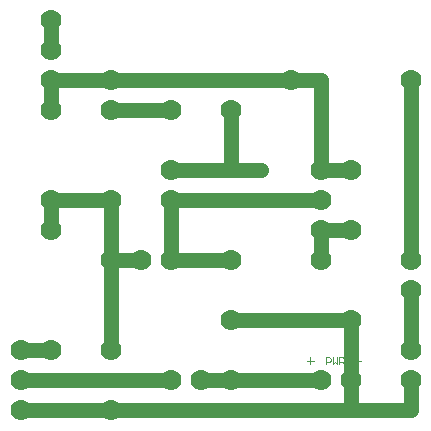
<source format=gbl>
G75*
%MOIN*%
%OFA0B0*%
%FSLAX25Y25*%
%IPPOS*%
%LPD*%
%AMOC8*
5,1,8,0,0,1.08239X$1,22.5*
%
%ADD10C,0.07000*%
%ADD11C,0.00300*%
%ADD12C,0.00200*%
%ADD13C,0.05000*%
%ADD14C,0.03100*%
D10*
X0021000Y0021000D03*
X0021000Y0031000D03*
X0021000Y0041000D03*
X0031000Y0041000D03*
X0051000Y0041000D03*
X0071000Y0031000D03*
X0081000Y0031000D03*
X0091000Y0031000D03*
X0091000Y0051000D03*
X0091000Y0071000D03*
X0071000Y0071000D03*
X0061000Y0071000D03*
X0051000Y0071000D03*
X0031000Y0081000D03*
X0031000Y0091000D03*
X0051000Y0091000D03*
X0071000Y0091000D03*
X0071000Y0101000D03*
X0071000Y0121000D03*
X0091000Y0121000D03*
X0111000Y0131000D03*
X0121000Y0101000D03*
X0121000Y0091000D03*
X0121000Y0081000D03*
X0131000Y0081000D03*
X0121000Y0071000D03*
X0131000Y0051000D03*
X0151000Y0041000D03*
X0151000Y0031000D03*
X0131000Y0031000D03*
X0121000Y0031000D03*
X0151000Y0061000D03*
X0151000Y0071000D03*
X0131000Y0101000D03*
X0151000Y0131000D03*
X0051000Y0131000D03*
X0051000Y0121000D03*
X0031000Y0121000D03*
X0031000Y0131000D03*
X0031000Y0141000D03*
X0031000Y0151000D03*
X0051000Y0021000D03*
D11*
X0116308Y0037502D02*
X0118777Y0037502D01*
X0117543Y0038736D02*
X0117543Y0036267D01*
X0131808Y0037502D02*
X0134277Y0037502D01*
D12*
X0128673Y0037501D02*
X0128306Y0037134D01*
X0127205Y0037134D01*
X0127939Y0037134D02*
X0128673Y0036400D01*
X0128673Y0037501D02*
X0128673Y0038235D01*
X0128306Y0038602D01*
X0127205Y0038602D01*
X0127205Y0036400D01*
X0126463Y0036400D02*
X0126463Y0038602D01*
X0124995Y0038602D02*
X0124995Y0036400D01*
X0125729Y0037134D01*
X0126463Y0036400D01*
X0124253Y0037501D02*
X0123886Y0037134D01*
X0122785Y0037134D01*
X0122785Y0036400D02*
X0122785Y0038602D01*
X0123886Y0038602D01*
X0124253Y0038235D01*
X0124253Y0037501D01*
D13*
X0121000Y0031000D02*
X0081000Y0031000D01*
X0071000Y0031000D02*
X0021000Y0031000D01*
X0021000Y0041000D02*
X0031000Y0041000D01*
X0051000Y0041000D02*
X0051000Y0071000D01*
X0051000Y0091000D01*
X0031000Y0091000D01*
X0031000Y0081000D01*
X0051000Y0071000D02*
X0061000Y0071000D01*
X0071000Y0071000D02*
X0071000Y0076000D01*
X0071000Y0091000D01*
X0121000Y0091000D01*
X0121000Y0081000D02*
X0131000Y0081000D01*
X0121000Y0081000D02*
X0121000Y0071000D01*
X0131000Y0051000D02*
X0101000Y0051000D01*
X0091000Y0051000D01*
X0101000Y0051000D02*
X0101000Y0051000D01*
X0091000Y0071000D02*
X0071000Y0071000D01*
X0071000Y0101000D02*
X0091000Y0101000D01*
X0091000Y0121000D01*
X0071000Y0121000D02*
X0051000Y0121000D01*
X0051000Y0131000D02*
X0121000Y0131000D01*
X0121000Y0101000D01*
X0131000Y0101000D01*
X0101000Y0101000D02*
X0091000Y0101000D01*
X0051000Y0131000D02*
X0031000Y0131000D01*
X0031000Y0121000D01*
X0031000Y0141000D02*
X0031000Y0151000D01*
X0131000Y0051000D02*
X0131000Y0031000D01*
X0131000Y0021000D01*
X0151000Y0021000D01*
X0151000Y0031000D01*
X0151000Y0041000D02*
X0151000Y0061000D01*
X0151000Y0071000D02*
X0151000Y0131000D01*
X0131000Y0021000D02*
X0051000Y0021000D01*
X0021000Y0021000D01*
D14*
X0101000Y0051000D03*
X0101000Y0101000D03*
M02*

</source>
